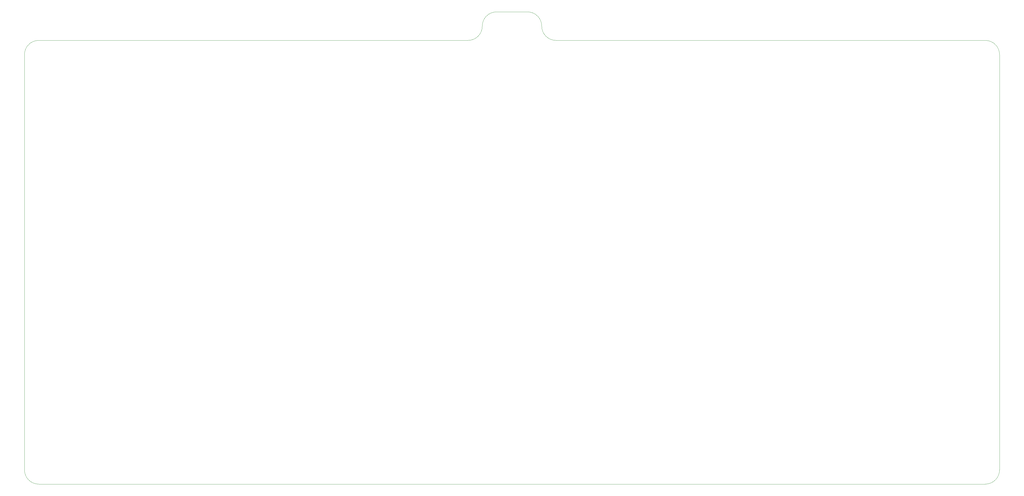
<source format=gm1>
G04 #@! TF.GenerationSoftware,KiCad,Pcbnew,(6.0.4)*
G04 #@! TF.CreationDate,2022-11-01T18:27:25-07:00*
G04 #@! TF.ProjectId,GCCMX,4743434d-582e-46b6-9963-61645f706362,rev?*
G04 #@! TF.SameCoordinates,Original*
G04 #@! TF.FileFunction,Profile,NP*
%FSLAX46Y46*%
G04 Gerber Fmt 4.6, Leading zero omitted, Abs format (unit mm)*
G04 Created by KiCad (PCBNEW (6.0.4)) date 2022-11-01 18:27:25*
%MOMM*%
%LPD*%
G01*
G04 APERTURE LIST*
G04 #@! TA.AperFunction,Profile*
%ADD10C,0.050000*%
G04 #@! TD*
G04 APERTURE END LIST*
D10*
X394200000Y-231700000D02*
G75*
G03*
X399200000Y-226700000I0J5000000D01*
G01*
X399200000Y-81200000D02*
G75*
G03*
X394200000Y-76200000I-5000000J0D01*
G01*
X394200000Y-231700000D02*
X63000000Y-231700000D01*
X239000000Y-71200000D02*
G75*
G03*
X244000000Y-76200000I5000000J0D01*
G01*
X394200000Y-76200000D02*
X244000000Y-76200000D01*
X58000000Y-226700000D02*
G75*
G03*
X63000000Y-231700000I5000000J0D01*
G01*
X223200000Y-66200000D02*
G75*
G03*
X218200000Y-71200000I0J-5000000D01*
G01*
X63000000Y-76200000D02*
G75*
G03*
X58000000Y-81200000I0J-5000000D01*
G01*
X239000000Y-71200000D02*
G75*
G03*
X234000000Y-66200000I-5000000J0D01*
G01*
X223200000Y-66200000D02*
X234000000Y-66200000D01*
X213200000Y-76200000D02*
G75*
G03*
X218200000Y-71200000I0J5000000D01*
G01*
X399200000Y-81200000D02*
X399200000Y-226700000D01*
X58000000Y-81200000D02*
X58000000Y-226700000D01*
X213200000Y-76200000D02*
X63000000Y-76200000D01*
M02*

</source>
